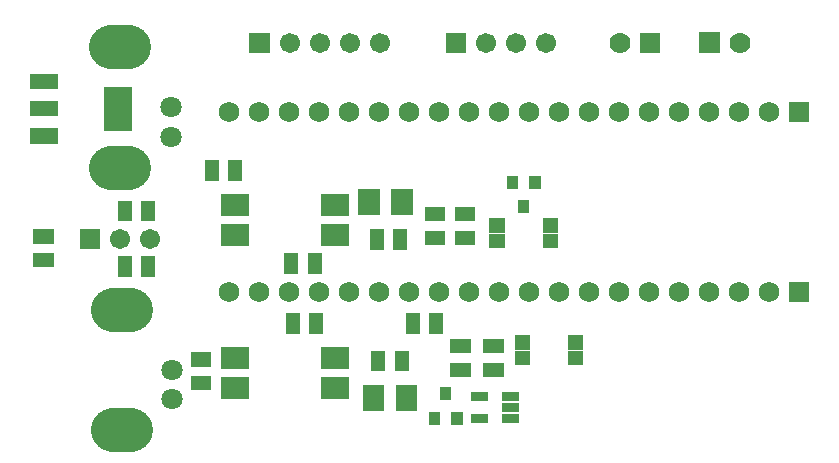
<source format=gbs>
G04 Layer: BottomSolderMaskLayer*
G04 EasyEDA v6.4.7, 2020-11-20T18:15:40+05:30*
G04 2bd19a94ae5149c988909f382a05baad,5a8210e43a1b4091af5044d7901ac753,10*
G04 Gerber Generator version 0.2*
G04 Scale: 100 percent, Rotated: No, Reflected: No *
G04 Dimensions in millimeters *
G04 leading zeros omitted , absolute positions ,3 integer and 3 decimal *
%FSLAX33Y33*%
%MOMM*%
G90*
D02*

%ADD39C,3.703320*%
%ADD40R,1.778000X1.778000*%
%ADD41C,1.778000*%
%ADD42C,1.727200*%
%ADD44C,1.703324*%
%ADD46C,1.701800*%
%ADD48C,1.803400*%

%LPD*%
G54D39*
G01X7277Y2774D02*
G01X8778Y2774D01*
G01X7277Y12973D02*
G01X8778Y12973D01*
G01X7150Y24999D02*
G01X8651Y24999D01*
G01X7150Y35198D02*
G01X8651Y35198D01*
G36*
G01X56896Y34671D02*
G01X56896Y36449D01*
G01X58674Y36449D01*
G01X58674Y34671D01*
G01X56896Y34671D01*
G37*
G54D41*
G01X60325Y35560D03*
G36*
G01X292Y27025D02*
G01X292Y28321D01*
G01X2654Y28321D01*
G01X2654Y27025D01*
G01X292Y27025D01*
G37*
G36*
G01X292Y29337D02*
G01X292Y30632D01*
G01X2654Y30632D01*
G01X2654Y29337D01*
G01X292Y29337D01*
G37*
G36*
G01X292Y31623D02*
G01X292Y32918D01*
G01X2654Y32918D01*
G01X2654Y31623D01*
G01X292Y31623D01*
G37*
G36*
G01X6489Y28130D02*
G01X6489Y31838D01*
G01X8851Y31838D01*
G01X8851Y28130D01*
G01X6489Y28130D01*
G37*
G36*
G01X34053Y10934D02*
G01X34053Y12687D01*
G01X35257Y12687D01*
G01X35257Y10934D01*
G01X34053Y10934D01*
G37*
G36*
G01X32052Y10934D02*
G01X32052Y12687D01*
G01X33256Y12687D01*
G01X33256Y10934D01*
G01X32052Y10934D01*
G37*
G36*
G01X28051Y20995D02*
G01X28051Y23197D01*
G01X29855Y23197D01*
G01X29855Y20995D01*
G01X28051Y20995D01*
G37*
G36*
G01X30850Y20995D02*
G01X30850Y23197D01*
G01X32654Y23197D01*
G01X32654Y20995D01*
G01X30850Y20995D01*
G37*
G36*
G01X28432Y4358D02*
G01X28432Y6560D01*
G01X30236Y6560D01*
G01X30236Y4358D01*
G01X28432Y4358D01*
G37*
G36*
G01X31231Y4358D02*
G01X31231Y6560D01*
G01X33035Y6560D01*
G01X33035Y4358D01*
G01X31231Y4358D01*
G37*
G36*
G01X41536Y21140D02*
G01X41536Y22242D01*
G01X42539Y22242D01*
G01X42539Y21140D01*
G01X41536Y21140D01*
G37*
G36*
G01X42476Y23223D02*
G01X42476Y24325D01*
G01X43477Y24325D01*
G01X43477Y23223D01*
G01X42476Y23223D01*
G37*
G36*
G01X40596Y23223D02*
G01X40596Y24325D01*
G01X41600Y24325D01*
G01X41600Y23223D01*
G01X40596Y23223D01*
G37*
G36*
G01X29004Y18046D02*
G01X29004Y19799D01*
G01X30208Y19799D01*
G01X30208Y18046D01*
G01X29004Y18046D01*
G37*
G36*
G01X31005Y18046D02*
G01X31005Y19799D01*
G01X32209Y19799D01*
G01X32209Y18046D01*
G01X31005Y18046D01*
G37*
G36*
G01X39126Y18163D02*
G01X39126Y18765D01*
G01X40429Y18765D01*
G01X40429Y18163D01*
G01X39126Y18163D01*
G37*
G36*
G01X39126Y18798D02*
G01X39126Y19400D01*
G01X40429Y19400D01*
G01X40429Y18798D01*
G01X39126Y18798D01*
G37*
G36*
G01X39126Y19458D02*
G01X39126Y20060D01*
G01X40429Y20060D01*
G01X40429Y19458D01*
G01X39126Y19458D01*
G37*
G36*
G01X39126Y20093D02*
G01X39126Y20695D01*
G01X40429Y20695D01*
G01X40429Y20093D01*
G01X39126Y20093D01*
G37*
G36*
G01X43644Y20093D02*
G01X43644Y20695D01*
G01X44947Y20695D01*
G01X44947Y20093D01*
G01X43644Y20093D01*
G37*
G36*
G01X43644Y19458D02*
G01X43644Y20060D01*
G01X44947Y20060D01*
G01X44947Y19458D01*
G01X43644Y19458D01*
G37*
G36*
G01X43644Y18798D02*
G01X43644Y19400D01*
G01X44947Y19400D01*
G01X44947Y18798D01*
G01X43644Y18798D01*
G37*
G36*
G01X43644Y18163D02*
G01X43644Y18765D01*
G01X44947Y18765D01*
G01X44947Y18163D01*
G01X43644Y18163D01*
G37*
G36*
G01X36207Y20464D02*
G01X36207Y21668D01*
G01X37960Y21668D01*
G01X37960Y20464D01*
G01X36207Y20464D01*
G37*
G36*
G01X36207Y18463D02*
G01X36207Y19667D01*
G01X37960Y19667D01*
G01X37960Y18463D01*
G01X36207Y18463D01*
G37*
G36*
G01X33667Y20464D02*
G01X33667Y21668D01*
G01X35420Y21668D01*
G01X35420Y20464D01*
G01X33667Y20464D01*
G37*
G36*
G01X33667Y18463D02*
G01X33667Y19667D01*
G01X35420Y19667D01*
G01X35420Y18463D01*
G01X33667Y18463D01*
G37*
G36*
G01X17035Y23888D02*
G01X17035Y25641D01*
G01X18239Y25641D01*
G01X18239Y23888D01*
G01X17035Y23888D01*
G37*
G36*
G01X15034Y23888D02*
G01X15034Y25641D01*
G01X16238Y25641D01*
G01X16238Y23888D01*
G01X15034Y23888D01*
G37*
G36*
G01X23766Y16014D02*
G01X23766Y17767D01*
G01X24970Y17767D01*
G01X24970Y16014D01*
G01X23766Y16014D01*
G37*
G36*
G01X21765Y16014D02*
G01X21765Y17767D01*
G01X22969Y17767D01*
G01X22969Y16014D01*
G01X21765Y16014D01*
G37*
G36*
G01X34932Y5316D02*
G01X34932Y6418D01*
G01X35935Y6418D01*
G01X35935Y5316D01*
G01X34932Y5316D01*
G37*
G36*
G01X33992Y3233D02*
G01X33992Y4335D01*
G01X34996Y4335D01*
G01X34996Y3233D01*
G01X33992Y3233D01*
G37*
G36*
G01X35872Y3233D02*
G01X35872Y4335D01*
G01X36873Y4335D01*
G01X36873Y3233D01*
G01X35872Y3233D01*
G37*
G36*
G01X29131Y7759D02*
G01X29131Y9512D01*
G01X30335Y9512D01*
G01X30335Y7759D01*
G01X29131Y7759D01*
G37*
G36*
G01X31132Y7759D02*
G01X31132Y9512D01*
G01X32336Y9512D01*
G01X32336Y7759D01*
G01X31132Y7759D01*
G37*
G36*
G01X35826Y9288D02*
G01X35826Y10492D01*
G01X37579Y10492D01*
G01X37579Y9288D01*
G01X35826Y9288D01*
G37*
G36*
G01X35826Y7287D02*
G01X35826Y8491D01*
G01X37579Y8491D01*
G01X37579Y7287D01*
G01X35826Y7287D01*
G37*
G36*
G01X38620Y9288D02*
G01X38620Y10492D01*
G01X40373Y10492D01*
G01X40373Y9288D01*
G01X38620Y9288D01*
G37*
G36*
G01X38620Y7287D02*
G01X38620Y8491D01*
G01X40373Y8491D01*
G01X40373Y7287D01*
G01X38620Y7287D01*
G37*
G36*
G01X13855Y8145D02*
G01X13855Y9349D01*
G01X15608Y9349D01*
G01X15608Y8145D01*
G01X13855Y8145D01*
G37*
G36*
G01X13855Y6144D02*
G01X13855Y7348D01*
G01X15608Y7348D01*
G01X15608Y6144D01*
G01X13855Y6144D01*
G37*
G36*
G01X21892Y10934D02*
G01X21892Y12687D01*
G01X23096Y12687D01*
G01X23096Y10934D01*
G01X21892Y10934D01*
G37*
G36*
G01X23893Y10934D02*
G01X23893Y12687D01*
G01X25097Y12687D01*
G01X25097Y10934D01*
G01X23893Y10934D01*
G37*
G36*
G01X40218Y5260D02*
G01X40218Y6014D01*
G01X41620Y6014D01*
G01X41620Y5260D01*
G01X40218Y5260D01*
G37*
G36*
G01X40218Y4320D02*
G01X40218Y5074D01*
G01X41620Y5074D01*
G01X41620Y4320D01*
G01X40218Y4320D01*
G37*
G36*
G01X40218Y3380D02*
G01X40218Y4135D01*
G01X41620Y4135D01*
G01X41620Y3380D01*
G01X40218Y3380D01*
G37*
G36*
G01X37627Y3380D02*
G01X37627Y4135D01*
G01X39029Y4135D01*
G01X39029Y3380D01*
G01X37627Y3380D01*
G37*
G36*
G01X37627Y5260D02*
G01X37627Y6014D01*
G01X39029Y6014D01*
G01X39029Y5260D01*
G01X37627Y5260D01*
G37*
G36*
G01X7668Y20459D02*
G01X7668Y22212D01*
G01X8872Y22212D01*
G01X8872Y20459D01*
G01X7668Y20459D01*
G37*
G36*
G01X9669Y20459D02*
G01X9669Y22212D01*
G01X10873Y22212D01*
G01X10873Y20459D01*
G01X9669Y20459D01*
G37*
G36*
G01X520Y18559D02*
G01X520Y19763D01*
G01X2273Y19763D01*
G01X2273Y18559D01*
G01X520Y18559D01*
G37*
G36*
G01X520Y16558D02*
G01X520Y17762D01*
G01X2273Y17762D01*
G01X2273Y16558D01*
G01X520Y16558D01*
G37*
G36*
G01X7668Y15760D02*
G01X7668Y17513D01*
G01X8872Y17513D01*
G01X8872Y15760D01*
G01X7668Y15760D01*
G37*
G36*
G01X9669Y15760D02*
G01X9669Y17513D01*
G01X10873Y17513D01*
G01X10873Y15760D01*
G01X9669Y15760D01*
G37*
G54D42*
G01X62808Y14456D03*
G01X60268Y14456D03*
G01X57728Y14456D03*
G01X55188Y14456D03*
G01X52648Y14456D03*
G01X50108Y14456D03*
G01X47568Y14456D03*
G01X45028Y14456D03*
G01X42488Y14456D03*
G01X39948Y14456D03*
G01X37408Y14456D03*
G01X34868Y14456D03*
G01X32328Y14456D03*
G01X29788Y14456D03*
G01X27248Y14456D03*
G01X24708Y14456D03*
G01X22168Y14456D03*
G01X19628Y14456D03*
G01X17088Y14456D03*
G36*
G01X64485Y28834D02*
G01X64485Y30561D01*
G01X66212Y30561D01*
G01X66212Y28834D01*
G01X64485Y28834D01*
G37*
G01X62808Y29696D03*
G01X60268Y29696D03*
G01X57728Y29696D03*
G01X55188Y29696D03*
G01X52648Y29696D03*
G01X50108Y29696D03*
G01X47568Y29696D03*
G01X45028Y29696D03*
G01X42488Y29696D03*
G01X39948Y29696D03*
G01X37408Y29696D03*
G01X34868Y29696D03*
G01X32328Y29696D03*
G01X29788Y29696D03*
G01X27248Y29696D03*
G01X24708Y29696D03*
G01X22168Y29696D03*
G01X19628Y29696D03*
G01X17088Y29696D03*
G36*
G01X64485Y13594D02*
G01X64485Y15321D01*
G01X66212Y15321D01*
G01X66212Y13594D01*
G01X64485Y13594D01*
G37*
G36*
G01X41285Y8257D02*
G01X41285Y8859D01*
G01X42588Y8859D01*
G01X42588Y8257D01*
G01X41285Y8257D01*
G37*
G36*
G01X41285Y8892D02*
G01X41285Y9494D01*
G01X42588Y9494D01*
G01X42588Y8892D01*
G01X41285Y8892D01*
G37*
G36*
G01X41285Y9552D02*
G01X41285Y10154D01*
G01X42588Y10154D01*
G01X42588Y9552D01*
G01X41285Y9552D01*
G37*
G36*
G01X41285Y10187D02*
G01X41285Y10789D01*
G01X42588Y10789D01*
G01X42588Y10187D01*
G01X41285Y10187D01*
G37*
G36*
G01X45803Y10187D02*
G01X45803Y10789D01*
G01X47106Y10789D01*
G01X47106Y10187D01*
G01X45803Y10187D01*
G37*
G36*
G01X45803Y9552D02*
G01X45803Y10154D01*
G01X47106Y10154D01*
G01X47106Y9552D01*
G01X45803Y9552D01*
G37*
G36*
G01X45803Y8892D02*
G01X45803Y9494D01*
G01X47106Y9494D01*
G01X47106Y8892D01*
G01X45803Y8892D01*
G37*
G36*
G01X45803Y8257D02*
G01X45803Y8859D01*
G01X47106Y8859D01*
G01X47106Y8257D01*
G01X45803Y8257D01*
G37*
G54D44*
G01X10414Y18923D03*
G01X7874Y18923D03*
G36*
G01X4483Y18072D02*
G01X4483Y19773D01*
G01X6184Y19773D01*
G01X6184Y18072D01*
G01X4483Y18072D01*
G37*
G54D40*
G01X52705Y35560D03*
G54D41*
G01X50165Y35560D03*
G54D46*
G01X43942Y35560D03*
G01X41402Y35560D03*
G01X38862Y35560D03*
G36*
G01X35471Y34709D02*
G01X35471Y36410D01*
G01X37172Y36410D01*
G01X37172Y34709D01*
G01X35471Y34709D01*
G37*
G54D48*
G01X12292Y7872D03*
G01X12292Y5373D03*
G01X12165Y30097D03*
G01X12165Y27598D03*
G54D46*
G01X29845Y35560D03*
G01X27305Y35560D03*
G01X24765Y35560D03*
G01X22225Y35560D03*
G36*
G01X18834Y34709D02*
G01X18834Y36410D01*
G01X20535Y36410D01*
G01X20535Y34709D01*
G01X18834Y34709D01*
G37*
G36*
G01X24892Y20891D02*
G01X24892Y22796D01*
G01X27294Y22796D01*
G01X27294Y20891D01*
G01X24892Y20891D01*
G37*
G36*
G01X24892Y18351D02*
G01X24892Y20256D01*
G01X27294Y20256D01*
G01X27294Y18351D01*
G01X24892Y18351D01*
G37*
G36*
G01X16393Y18351D02*
G01X16393Y20256D01*
G01X18796Y20256D01*
G01X18796Y18351D01*
G01X16393Y18351D01*
G37*
G36*
G01X16393Y20891D02*
G01X16393Y22796D01*
G01X18796Y22796D01*
G01X18796Y20891D01*
G01X16393Y20891D01*
G37*
G36*
G01X24892Y7937D02*
G01X24892Y9842D01*
G01X27294Y9842D01*
G01X27294Y7937D01*
G01X24892Y7937D01*
G37*
G36*
G01X24892Y5397D02*
G01X24892Y7302D01*
G01X27294Y7302D01*
G01X27294Y5397D01*
G01X24892Y5397D01*
G37*
G36*
G01X16393Y5397D02*
G01X16393Y7302D01*
G01X18796Y7302D01*
G01X18796Y5397D01*
G01X16393Y5397D01*
G37*
G36*
G01X16393Y7937D02*
G01X16393Y9842D01*
G01X18796Y9842D01*
G01X18796Y7937D01*
G01X16393Y7937D01*
G37*
M00*
M02*

</source>
